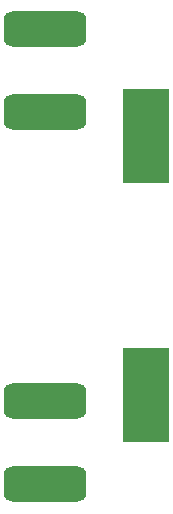
<source format=gbr>
G04 #@! TF.GenerationSoftware,KiCad,Pcbnew,8.0.0*
G04 #@! TF.CreationDate,2024-06-05T07:53:31-07:00*
G04 #@! TF.ProjectId,sim_switch,73696d5f-7377-4697-9463-682e6b696361,rev?*
G04 #@! TF.SameCoordinates,Original*
G04 #@! TF.FileFunction,Paste,Top*
G04 #@! TF.FilePolarity,Positive*
%FSLAX46Y46*%
G04 Gerber Fmt 4.6, Leading zero omitted, Abs format (unit mm)*
G04 Created by KiCad (PCBNEW 8.0.0) date 2024-06-05 07:53:31*
%MOMM*%
%LPD*%
G01*
G04 APERTURE LIST*
G04 Aperture macros list*
%AMRoundRect*
0 Rectangle with rounded corners*
0 $1 Rounding radius*
0 $2 $3 $4 $5 $6 $7 $8 $9 X,Y pos of 4 corners*
0 Add a 4 corners polygon primitive as box body*
4,1,4,$2,$3,$4,$5,$6,$7,$8,$9,$2,$3,0*
0 Add four circle primitives for the rounded corners*
1,1,$1+$1,$2,$3*
1,1,$1+$1,$4,$5*
1,1,$1+$1,$6,$7*
1,1,$1+$1,$8,$9*
0 Add four rect primitives between the rounded corners*
20,1,$1+$1,$2,$3,$4,$5,0*
20,1,$1+$1,$4,$5,$6,$7,0*
20,1,$1+$1,$6,$7,$8,$9,0*
20,1,$1+$1,$8,$9,$2,$3,0*%
G04 Aperture macros list end*
%ADD10R,4.000000X8.000000*%
%ADD11RoundRect,0.750000X-2.750000X-0.750000X2.750000X-0.750000X2.750000X0.750000X-2.750000X0.750000X0*%
%ADD12RoundRect,0.750000X2.750000X0.750000X-2.750000X0.750000X-2.750000X-0.750000X2.750000X-0.750000X0*%
G04 APERTURE END LIST*
D10*
X162000000Y-66000000D03*
X162000000Y-88000000D03*
D11*
X153500000Y-88500000D03*
X153500000Y-95500000D03*
D12*
X153500000Y-64000000D03*
X153500000Y-57000000D03*
M02*

</source>
